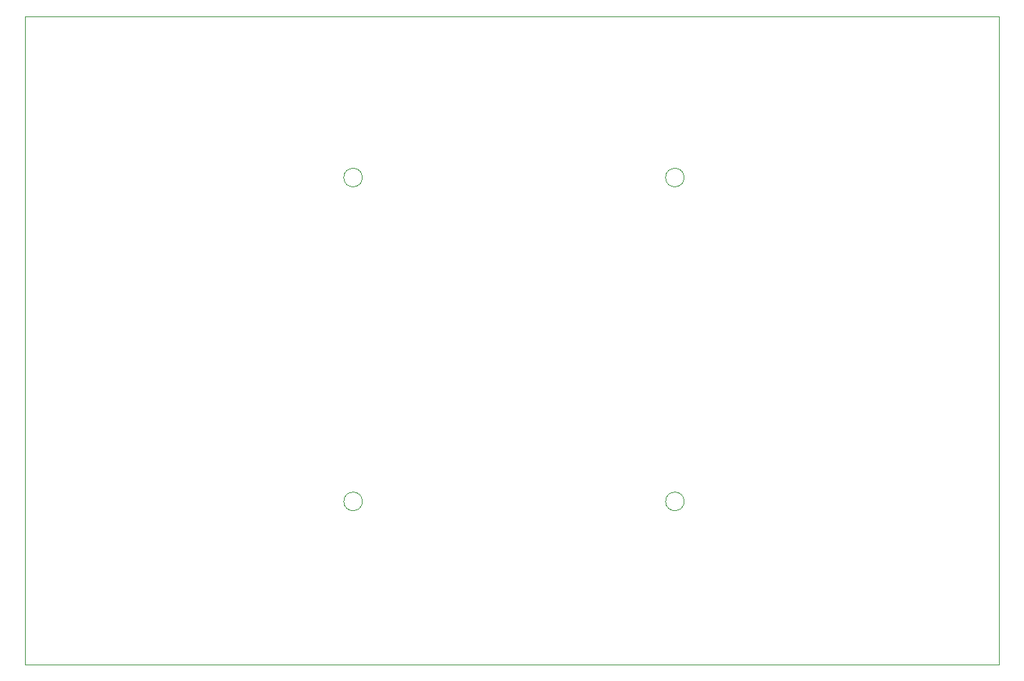
<source format=gbr>
%TF.GenerationSoftware,KiCad,Pcbnew,7.0.8*%
%TF.CreationDate,2024-11-17T17:07:30+09:00*%
%TF.ProjectId,cool937r,636f6f6c-3933-4377-922e-6b696361645f,rev?*%
%TF.SameCoordinates,Original*%
%TF.FileFunction,Profile,NP*%
%FSLAX46Y46*%
G04 Gerber Fmt 4.6, Leading zero omitted, Abs format (unit mm)*
G04 Created by KiCad (PCBNEW 7.0.8) date 2024-11-17 17:07:30*
%MOMM*%
%LPD*%
G01*
G04 APERTURE LIST*
%TA.AperFunction,Profile*%
%ADD10C,0.100000*%
%TD*%
G04 APERTURE END LIST*
D10*
X173350000Y-99000000D02*
G75*
G03*
X173350000Y-99000000I-1100000J0D01*
G01*
X173350000Y-137370000D02*
G75*
G03*
X173350000Y-137370000I-1100000J0D01*
G01*
X95280000Y-79930000D02*
X210630000Y-79930000D01*
X210630000Y-156680000D01*
X95280000Y-156680000D01*
X95280000Y-79930000D01*
X135250000Y-137370000D02*
G75*
G03*
X135250000Y-137370000I-1100000J0D01*
G01*
X135250000Y-99000000D02*
G75*
G03*
X135250000Y-99000000I-1100000J0D01*
G01*
M02*

</source>
